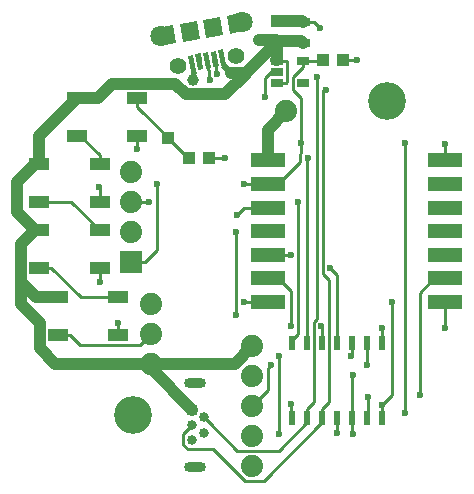
<source format=gbr>
G04 #@! TF.FileFunction,Copper,L1,Top,Signal*
%FSLAX46Y46*%
G04 Gerber Fmt 4.6, Leading zero omitted, Abs format (unit mm)*
G04 Created by KiCad (PCBNEW 4.0.6+dfsg1-1) date Sat Jan 27 12:23:12 2018*
%MOMM*%
%LPD*%
G01*
G04 APERTURE LIST*
%ADD10C,0.100000*%
%ADD11C,1.879600*%
%ADD12R,0.508000X1.143000*%
%ADD13C,1.408000*%
%ADD14C,1.800000*%
%ADD15R,1.198880X0.797560*%
%ADD16R,0.998220X1.099820*%
%ADD17R,1.099820X0.998220*%
%ADD18R,1.879600X1.879600*%
%ADD19R,1.060000X0.650000*%
%ADD20C,3.200000*%
%ADD21R,1.651000X0.998220*%
%ADD22R,2.999740X1.198880*%
%ADD23R,0.840000X0.840000*%
%ADD24C,0.840000*%
%ADD25O,1.850000X0.850000*%
%ADD26R,1.000000X1.000000*%
%ADD27C,1.000000*%
%ADD28C,0.600000*%
%ADD29C,0.250000*%
%ADD30C,1.000000*%
G04 APERTURE END LIST*
D10*
D11*
X152200000Y-73600000D03*
X152200000Y-71060000D03*
X152200000Y-68520000D03*
X160800000Y-72100000D03*
X160800000Y-74640000D03*
X160800000Y-77180000D03*
X160800000Y-79720000D03*
X160800000Y-82260000D03*
D12*
X171810000Y-71898000D03*
X170540000Y-71898000D03*
X169270000Y-71898000D03*
X168000000Y-71898000D03*
X166730000Y-71898000D03*
X165460000Y-71898000D03*
X164190000Y-71898000D03*
X164190000Y-78248000D03*
X165460000Y-78248000D03*
X168000000Y-78248000D03*
X169270000Y-78248000D03*
X170540000Y-78248000D03*
X171810000Y-78248000D03*
X166730000Y-78248000D03*
D10*
G36*
X158140390Y-48412434D02*
X157905965Y-47082944D01*
X158349128Y-47004802D01*
X158583553Y-48334292D01*
X158140390Y-48412434D01*
X158140390Y-48412434D01*
G37*
G36*
X157500265Y-48525305D02*
X157265840Y-47195815D01*
X157709003Y-47117673D01*
X157943428Y-48447163D01*
X157500265Y-48525305D01*
X157500265Y-48525305D01*
G37*
G36*
X156860140Y-48638177D02*
X156625715Y-47308687D01*
X157068878Y-47230545D01*
X157303303Y-48560035D01*
X156860140Y-48638177D01*
X156860140Y-48638177D01*
G37*
G36*
X156220015Y-48751048D02*
X155985590Y-47421558D01*
X156428753Y-47343416D01*
X156663178Y-48672906D01*
X156220015Y-48751048D01*
X156220015Y-48751048D01*
G37*
G36*
X155579890Y-48863919D02*
X155345465Y-47534429D01*
X155788628Y-47456287D01*
X156023053Y-48785777D01*
X155579890Y-48863919D01*
X155579890Y-48863919D01*
G37*
D13*
X159430869Y-47524860D03*
X154506831Y-48393101D03*
D14*
X159946827Y-44692231D03*
X153053173Y-45907769D03*
D10*
G36*
X158088836Y-44232890D02*
X158357991Y-45759342D01*
X156880780Y-46019814D01*
X156611625Y-44493362D01*
X158088836Y-44232890D01*
X158088836Y-44232890D01*
G37*
G36*
X156119220Y-44580186D02*
X156388375Y-46106638D01*
X154911164Y-46367110D01*
X154642009Y-44840658D01*
X156119220Y-44580186D01*
X156119220Y-44580186D01*
G37*
G36*
X160107692Y-43876911D02*
X160376847Y-45403363D01*
X158899636Y-45663835D01*
X158630481Y-44137383D01*
X160107692Y-43876911D01*
X160107692Y-43876911D01*
G37*
G36*
X154100364Y-44936165D02*
X154369519Y-46462617D01*
X152892308Y-46723089D01*
X152623153Y-45196637D01*
X154100364Y-44936165D01*
X154100364Y-44936165D01*
G37*
D15*
X165077920Y-44660606D03*
X165077920Y-46458926D03*
D16*
X162877920Y-44611406D03*
X162877920Y-46308126D03*
D17*
X168496720Y-47900000D03*
X166800000Y-47900000D03*
D18*
X150500000Y-65000000D03*
D11*
X150500000Y-62460000D03*
X150500000Y-59920000D03*
X150500000Y-57380000D03*
X163700000Y-52200000D03*
D17*
X157148360Y-56200000D03*
X155451640Y-56200000D03*
D19*
X162900000Y-47950000D03*
X162900000Y-48900000D03*
X162900000Y-49850000D03*
X165100000Y-49850000D03*
X165100000Y-47950000D03*
D20*
X150700000Y-78000000D03*
X172200000Y-51400000D03*
D21*
X145924440Y-51102340D03*
X145924440Y-54297660D03*
X151075560Y-54297660D03*
X151075560Y-51102340D03*
X142724440Y-56702340D03*
X142724440Y-59897660D03*
X147875560Y-59897660D03*
X147875560Y-56702340D03*
X142724440Y-62302340D03*
X142724440Y-65497660D03*
X147875560Y-65497660D03*
X147875560Y-62302340D03*
X144324440Y-68002340D03*
X144324440Y-71197660D03*
X149475560Y-71197660D03*
X149475560Y-68002340D03*
D22*
X162101920Y-56400520D03*
X162101920Y-58402040D03*
X162101920Y-60401020D03*
X162101920Y-62400000D03*
X162101920Y-64398980D03*
X162101920Y-66397960D03*
X162101920Y-68399480D03*
X177098080Y-68399480D03*
X177098080Y-66397960D03*
X177098080Y-64398980D03*
X177098080Y-62400000D03*
X177098080Y-60401020D03*
X177098080Y-58402040D03*
X177098080Y-56400520D03*
D23*
X155700000Y-77500000D03*
D24*
X156700000Y-78150000D03*
X155700000Y-78800000D03*
X156700000Y-79450000D03*
X155700000Y-80100000D03*
D25*
X155920000Y-75225000D03*
X155920000Y-82375000D03*
D26*
X153700000Y-54500000D03*
D27*
X155750000Y-49600000D03*
D28*
X168000000Y-79500000D03*
X161900000Y-51050000D03*
X151050000Y-55450000D03*
X147850000Y-58650000D03*
X147900000Y-66700000D03*
X149450000Y-70150000D03*
X166500000Y-45150000D03*
X169700000Y-47900000D03*
X177100000Y-55050000D03*
X159500000Y-61000000D03*
X164964801Y-54900000D03*
X173700000Y-54900000D03*
X173700000Y-77800000D03*
X169300000Y-79550000D03*
X152700000Y-58400000D03*
X160100000Y-58400000D03*
X169300000Y-74600000D03*
X164100000Y-77000000D03*
X159400000Y-69500000D03*
X159400000Y-62450000D03*
X152074980Y-59939155D03*
X164700000Y-59900000D03*
X162400000Y-73700000D03*
X170500000Y-73700000D03*
X163100000Y-79600000D03*
X163100000Y-73000000D03*
X169200000Y-73000000D03*
X158500000Y-56200000D03*
X165500000Y-56200000D03*
X171800000Y-70600000D03*
X177100000Y-70600000D03*
X167375021Y-65505052D03*
X164074980Y-64400000D03*
X166649990Y-70400000D03*
X164074980Y-70400000D03*
X166300000Y-49300000D03*
X157825000Y-49050000D03*
X170600000Y-76400000D03*
X175000000Y-76300000D03*
X160100000Y-68400000D03*
X172600000Y-68400000D03*
X171800000Y-77100000D03*
X167025000Y-50400000D03*
X157200000Y-49575000D03*
D29*
X155684259Y-48160103D02*
X155684259Y-48674927D01*
X155684259Y-48674927D02*
X155950000Y-48940668D01*
X155750000Y-49600000D02*
X155750000Y-49140668D01*
X155750000Y-49140668D02*
X155950000Y-48940668D01*
X155750000Y-49600000D02*
X155750000Y-48225844D01*
X155750000Y-48225844D02*
X155684259Y-48160103D01*
X155950000Y-48950000D02*
X155950000Y-48940668D01*
X155750000Y-49150000D02*
X155950000Y-48950000D01*
X155750000Y-49600000D02*
X155750000Y-49150000D01*
X155684259Y-48160103D02*
X155684259Y-49534259D01*
X155684259Y-49534259D02*
X155750000Y-49600000D01*
X168000000Y-78248000D02*
X168000000Y-79500000D01*
X162900000Y-48900000D02*
X162409998Y-48900000D01*
X162409998Y-48900000D02*
X161900000Y-49409998D01*
X161900000Y-49409998D02*
X161900000Y-51050000D01*
D30*
X162877920Y-44611406D02*
X165028720Y-44611406D01*
X165028720Y-44611406D02*
X165077920Y-44660606D01*
D29*
X151075560Y-54297660D02*
X151075560Y-55424440D01*
X151075560Y-55424440D02*
X151050000Y-55450000D01*
X147875560Y-59897660D02*
X147875560Y-58675560D01*
X147875560Y-58675560D02*
X147850000Y-58650000D01*
X147875560Y-65497660D02*
X147875560Y-66675560D01*
X147875560Y-66675560D02*
X147900000Y-66700000D01*
X149475560Y-71197660D02*
X149475560Y-70175560D01*
X149475560Y-70175560D02*
X149450000Y-70150000D01*
X149475560Y-71197660D02*
X149801950Y-71197660D01*
X152200000Y-68799610D02*
X152200000Y-68520000D01*
X165077920Y-44660606D02*
X166010606Y-44660606D01*
X166010606Y-44660606D02*
X166500000Y-45150000D01*
X168496720Y-47900000D02*
X169700000Y-47900000D01*
X177098080Y-56400520D02*
X177098080Y-55051920D01*
X177098080Y-55051920D02*
X177100000Y-55050000D01*
X162101920Y-60401020D02*
X160098980Y-60401020D01*
X160098980Y-60401020D02*
X159500000Y-61000000D01*
X162927120Y-44660606D02*
X162877920Y-44611406D01*
X168000000Y-78565500D02*
X168000000Y-78248000D01*
X147982340Y-59897660D02*
X147875560Y-59897660D01*
X147875560Y-59897660D02*
X148201950Y-59897660D01*
X148201950Y-65497660D02*
X147875560Y-65497660D01*
D30*
X152200000Y-73600000D02*
X159300000Y-73600000D01*
X159300000Y-73600000D02*
X160800000Y-72100000D01*
X158525001Y-50800001D02*
X160236846Y-49088156D01*
X160236846Y-49088156D02*
X160236846Y-49000000D01*
X147749940Y-51102340D02*
X148949051Y-49903229D01*
X148949051Y-49903229D02*
X154277227Y-49903229D01*
X154277227Y-49903229D02*
X155173999Y-50800001D01*
X155173999Y-50800001D02*
X158525001Y-50800001D01*
D29*
X158800000Y-49000000D02*
X158268438Y-48468438D01*
X159000000Y-49000000D02*
X158800000Y-49000000D01*
X159000000Y-48800000D02*
X158244759Y-48044759D01*
X158244759Y-48044759D02*
X158244759Y-47708618D01*
X159000000Y-49000000D02*
X159000000Y-48800000D01*
X159000000Y-49000000D02*
X158244759Y-48244759D01*
X158244759Y-48244759D02*
X158244759Y-47708618D01*
D30*
X160236846Y-49000000D02*
X159000000Y-49000000D01*
X162877920Y-46308126D02*
X162877920Y-46358926D01*
X162877920Y-46358926D02*
X160236846Y-49000000D01*
X152200000Y-73600000D02*
X152200000Y-74000000D01*
X152200000Y-74000000D02*
X155700000Y-77500000D01*
D29*
X162900000Y-49850000D02*
X163680000Y-49850000D01*
X163680000Y-49850000D02*
X163755001Y-49774999D01*
X163755001Y-49774999D02*
X163755001Y-48025001D01*
X163755001Y-48025001D02*
X163680000Y-47950000D01*
X163680000Y-47950000D02*
X162900000Y-47950000D01*
D30*
X162877920Y-46308126D02*
X162877920Y-47858036D01*
X162877920Y-47858036D02*
X162894883Y-47874999D01*
X161400000Y-46200000D02*
X162769794Y-46200000D01*
X162769794Y-46200000D02*
X162877920Y-46308126D01*
X145924440Y-51102340D02*
X147749940Y-51102340D01*
X162877920Y-46308126D02*
X164927120Y-46308126D01*
X164927120Y-46308126D02*
X165077920Y-46458926D01*
X162727120Y-46458926D02*
X162877920Y-46308126D01*
X162824999Y-47874999D02*
X162900000Y-47874999D01*
X145924440Y-51102340D02*
X146250830Y-51102340D01*
X142798939Y-70198939D02*
X142798939Y-72256771D01*
X142798939Y-72256771D02*
X144142168Y-73600000D01*
X144142168Y-73600000D02*
X150870923Y-73600000D01*
X150870923Y-73600000D02*
X152200000Y-73600000D01*
X141198939Y-68598939D02*
X142798939Y-70198939D01*
X141198939Y-66702339D02*
X141198939Y-68598939D01*
X142398050Y-62302340D02*
X141198939Y-63501451D01*
X141198939Y-63501451D02*
X141198939Y-66702339D01*
X141198939Y-66702339D02*
X142498940Y-68002340D01*
X142498940Y-68002340D02*
X144324440Y-68002340D01*
X142724440Y-62302340D02*
X142398050Y-62302340D01*
X142724440Y-56702340D02*
X142398050Y-56702340D01*
X142398050Y-56702340D02*
X140898940Y-58201450D01*
X140898940Y-58201450D02*
X140898940Y-60803230D01*
X140898940Y-60803230D02*
X142398050Y-62302340D01*
X142724440Y-56702340D02*
X142724440Y-54302340D01*
X142724440Y-54302340D02*
X145924440Y-51102340D01*
D29*
X164964801Y-51154803D02*
X164964801Y-54500000D01*
X164964801Y-54500000D02*
X164964801Y-55450000D01*
X164964801Y-54900000D02*
X164964801Y-54500000D01*
X164964801Y-55450000D02*
X164964801Y-55810195D01*
X164964801Y-54900000D02*
X164964801Y-55450000D01*
X173700000Y-77800000D02*
X173700000Y-54900000D01*
X169270000Y-78248000D02*
X169270000Y-79520000D01*
X169270000Y-79520000D02*
X169300000Y-79550000D01*
X169270000Y-78248000D02*
X169270000Y-78565500D01*
X151689800Y-65000000D02*
X150500000Y-65000000D01*
X152700000Y-58400000D02*
X152700000Y-63989800D01*
X152700000Y-63989800D02*
X151689800Y-65000000D01*
X162101920Y-58402040D02*
X160102040Y-58402040D01*
X160102040Y-58402040D02*
X160100000Y-58400000D01*
X169270000Y-78248000D02*
X169270000Y-74630000D01*
X169270000Y-74630000D02*
X169300000Y-74600000D01*
X163002350Y-58402040D02*
X162101920Y-58402040D01*
X164874998Y-55899998D02*
X164874998Y-56529392D01*
X164964801Y-55810195D02*
X164874998Y-55899998D01*
X164244999Y-50435001D02*
X164964801Y-51154803D01*
X165100000Y-48525000D02*
X164244999Y-49380001D01*
X164244999Y-49380001D02*
X164244999Y-50435001D01*
X165100000Y-47950000D02*
X165100000Y-48525000D01*
X164874998Y-56529392D02*
X163002350Y-58402040D01*
X162101920Y-58402040D02*
X161201490Y-58402040D01*
X165100000Y-47950000D02*
X166750000Y-47950000D01*
X166750000Y-47950000D02*
X166800000Y-47900000D01*
X147875560Y-56702340D02*
X147875560Y-55953230D01*
X147875560Y-55953230D02*
X146219990Y-54297660D01*
X146219990Y-54297660D02*
X145924440Y-54297660D01*
X155400000Y-56200000D02*
X153700000Y-54500000D01*
X155451640Y-56200000D02*
X155400000Y-56200000D01*
X151075560Y-51102340D02*
X151075560Y-51851450D01*
X151075560Y-51851450D02*
X155424110Y-56200000D01*
X155424110Y-56200000D02*
X155451640Y-56200000D01*
X142724440Y-59897660D02*
X145470880Y-59897660D01*
X145470880Y-59897660D02*
X147875560Y-62302340D01*
X143799940Y-65497660D02*
X142724440Y-65497660D01*
X146304620Y-68002340D02*
X143799940Y-65497660D01*
X149475560Y-68002340D02*
X146304620Y-68002340D01*
X144324440Y-71197660D02*
X145399940Y-71197660D01*
X145399940Y-71197660D02*
X146224051Y-72021771D01*
X146224051Y-72021771D02*
X151238229Y-72021771D01*
X151238229Y-72021771D02*
X151260201Y-71999799D01*
X151260201Y-71999799D02*
X152200000Y-71060000D01*
X159400000Y-62899999D02*
X159400000Y-62450000D01*
X159399999Y-69500000D02*
X159400000Y-62899999D01*
X164100000Y-77000000D02*
X164100000Y-78158000D01*
X164100000Y-78158000D02*
X164190000Y-78248000D01*
X164142000Y-78200000D02*
X164190000Y-78248000D01*
X152055825Y-59920000D02*
X152074980Y-59939155D01*
X150500000Y-59920000D02*
X152055825Y-59920000D01*
X164700000Y-59900000D02*
X164700000Y-71070500D01*
X164700000Y-71070500D02*
X164190000Y-71580500D01*
X164190000Y-71580500D02*
X164190000Y-71898000D01*
X162400000Y-73700000D02*
X162100001Y-73999999D01*
X162100001Y-73999999D02*
X162100001Y-75879999D01*
X162100001Y-75879999D02*
X161739799Y-76240201D01*
X161739799Y-76240201D02*
X160800000Y-77180000D01*
X170540000Y-71898000D02*
X170540000Y-73660000D01*
X170540000Y-73660000D02*
X170500000Y-73700000D01*
X163100000Y-73000000D02*
X163100000Y-79600000D01*
X169270000Y-71898000D02*
X169270000Y-72930000D01*
X169270000Y-72930000D02*
X169200000Y-73000000D01*
D30*
X162101920Y-56400520D02*
X162101920Y-53798080D01*
X162101920Y-53798080D02*
X163700000Y-52200000D01*
D29*
X158500000Y-56200000D02*
X157148360Y-56200000D01*
X165460000Y-71898000D02*
X165460000Y-56240000D01*
X165460000Y-56240000D02*
X165500000Y-56200000D01*
X171800000Y-70600000D02*
X171800000Y-71888000D01*
X171800000Y-71888000D02*
X171810000Y-71898000D01*
X177098080Y-68399480D02*
X177098080Y-70598080D01*
X177098080Y-70598080D02*
X177100000Y-70600000D01*
X167675020Y-65805051D02*
X167375021Y-65505052D01*
X168000000Y-71898000D02*
X168000000Y-66130031D01*
X168000000Y-66130031D02*
X167675020Y-65805051D01*
X164073960Y-64398980D02*
X164074980Y-64400000D01*
X162101920Y-64398980D02*
X164073960Y-64398980D01*
X166730000Y-70480010D02*
X166649990Y-70400000D01*
X166730000Y-71898000D02*
X166730000Y-70480010D01*
X164074980Y-67470590D02*
X164074980Y-69975736D01*
X162101920Y-66397960D02*
X163002350Y-66397960D01*
X163002350Y-66397960D02*
X164074980Y-67470590D01*
X164074980Y-69975736D02*
X164074980Y-70400000D01*
X165460000Y-78248000D02*
X165460000Y-78565500D01*
X165460000Y-78565500D02*
X163040699Y-80984801D01*
X163040699Y-80984801D02*
X159534801Y-80984801D01*
X159534801Y-80984801D02*
X157119999Y-78569999D01*
X157119999Y-78569999D02*
X156700000Y-78150000D01*
X166300000Y-49300000D02*
X166300000Y-69824986D01*
X165460000Y-77426500D02*
X165460000Y-78248000D01*
X166024988Y-70700002D02*
X166039001Y-70714015D01*
X166300000Y-69824986D02*
X166024988Y-70099998D01*
X166039001Y-70714015D02*
X166039001Y-76847499D01*
X166024988Y-70099998D02*
X166024988Y-70700002D01*
X166039001Y-76847499D02*
X165460000Y-77426500D01*
X157604634Y-47821489D02*
X157825000Y-49050000D01*
X170600000Y-76400000D02*
X170600000Y-78188000D01*
X170600000Y-78188000D02*
X170540000Y-78248000D01*
X177098080Y-66397960D02*
X176197650Y-66397960D01*
X176197650Y-66397960D02*
X175000000Y-67595610D01*
X175000000Y-67595610D02*
X175000000Y-76300000D01*
X160100000Y-68400000D02*
X162101400Y-68400000D01*
X162101400Y-68400000D02*
X162101920Y-68399480D01*
X171800000Y-77100000D02*
X172600000Y-76300000D01*
X172600000Y-76300000D02*
X172600000Y-68400000D01*
X171800000Y-77100000D02*
X171800000Y-78238000D01*
X171800000Y-78238000D02*
X171810000Y-78248000D01*
X166730000Y-78248000D02*
X166730000Y-78565500D01*
X166730000Y-78565500D02*
X161770699Y-83524801D01*
X155280001Y-79219999D02*
X155700000Y-78800000D01*
X161770699Y-83524801D02*
X160192895Y-83524801D01*
X160192895Y-83524801D02*
X157513095Y-80845001D01*
X157513095Y-80845001D02*
X155342399Y-80845001D01*
X155342399Y-80845001D02*
X154954999Y-80457601D01*
X154954999Y-80457601D02*
X154954999Y-79545001D01*
X154954999Y-79545001D02*
X155280001Y-79219999D01*
X167025000Y-50400000D02*
X166800000Y-50400000D01*
X166800000Y-50400000D02*
X166750011Y-50449989D01*
X166750011Y-50449989D02*
X166750011Y-66009356D01*
X167309001Y-71066499D02*
X167309001Y-76847499D01*
X167275000Y-71032498D02*
X167309001Y-71066499D01*
X167275000Y-66534345D02*
X167275000Y-71032498D01*
X166750011Y-66009356D02*
X167275000Y-66534345D01*
X167309001Y-76847499D02*
X167200000Y-76956500D01*
X167200000Y-76956500D02*
X166730000Y-77426500D01*
X167325001Y-76831499D02*
X167200000Y-76956500D01*
X156964509Y-47934361D02*
X157200000Y-49575000D01*
X166730000Y-77426500D02*
X166730000Y-78248000D01*
M02*

</source>
